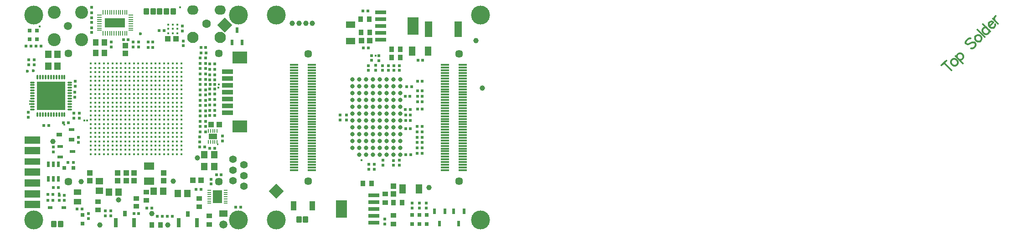
<source format=gts>
G04 Layer_Color=8388736*
%FSAX24Y24*%
%MOIN*%
G70*
G01*
G75*
%ADD17R,0.0244X0.0244*%
%ADD18R,0.0787X0.0354*%
%ADD19C,0.0177*%
%ADD20R,0.0244X0.0244*%
%ADD21R,0.0394X0.0354*%
%ADD22R,0.0571X0.0433*%
%ADD23R,0.0244X0.0228*%
%ADD24R,0.0228X0.0244*%
%ADD25R,0.0295X0.0079*%
%ADD26R,0.0709X0.0945*%
%ADD27R,0.0354X0.0394*%
%ADD28R,0.0315X0.0315*%
%ADD29R,0.0394X0.0394*%
%ADD30R,0.0354X0.0197*%
%ADD31R,0.0453X0.0571*%
%ADD32R,0.0394X0.0374*%
%ADD33R,0.0571X0.0453*%
%ADD34C,0.0394*%
%ADD35R,0.0748X0.0571*%
%ADD36R,0.0394X0.0394*%
%ADD37R,0.0236X0.0433*%
%ADD38O,0.0118X0.0335*%
%ADD39O,0.0335X0.0118*%
%ADD40R,0.2087X0.2087*%
%ADD41R,0.0630X0.0394*%
%ADD42R,0.0079X0.0276*%
%ADD43R,0.0315X0.0433*%
%ADD44R,0.0315X0.0669*%
%ADD45R,0.0472X0.0551*%
%ADD46R,0.0236X0.0394*%
%ADD47O,0.0335X0.0079*%
%ADD48O,0.0079X0.0335*%
%ADD49R,0.1457X0.0650*%
%ADD50R,0.0433X0.0472*%
%ADD51R,0.0315X0.0315*%
%ADD52R,0.0394X0.0236*%
%ADD53R,0.1181X0.0551*%
%ADD54R,0.1181X0.0512*%
%ADD55R,0.0413X0.0256*%
%ADD56R,0.0413X0.0217*%
%ADD57R,0.0807X0.1260*%
%ADD58R,0.0807X0.0256*%
%ADD59R,0.0453X0.0709*%
%ADD60R,0.0709X0.0453*%
%ADD61R,0.0394X0.0374*%
%ADD62R,0.0374X0.0394*%
%ADD63R,0.0571X0.1181*%
%ADD64R,0.0591X0.0118*%
%ADD65R,0.0394X0.0689*%
%ADD66C,0.0236*%
%ADD68C,0.0120*%
G04:AMPARAMS|DCode=82|XSize=41.3mil|YSize=49.2mil|CornerRadius=10.3mil|HoleSize=0mil|Usage=FLASHONLY|Rotation=0.000|XOffset=0mil|YOffset=0mil|HoleType=Round|Shape=RoundedRectangle|*
%AMROUNDEDRECTD82*
21,1,0.0413,0.0285,0,0,0.0*
21,1,0.0207,0.0492,0,0,0.0*
1,1,0.0207,0.0103,-0.0143*
1,1,0.0207,-0.0103,-0.0143*
1,1,0.0207,-0.0103,0.0143*
1,1,0.0207,0.0103,0.0143*
%
%ADD82ROUNDEDRECTD82*%
%ADD83C,0.0551*%
%ADD84R,0.0591X0.0512*%
%ADD85C,0.0591*%
%ADD86O,0.0827X0.0669*%
%ADD87C,0.0827*%
%ADD88C,0.0630*%
%ADD89R,0.1102X0.0866*%
%ADD90C,0.0945*%
%ADD92C,0.1378*%
%ADD93C,0.0315*%
%ADD94C,0.0157*%
%ADD180C,0.0020*%
%ADD181P,0.1114X4X360.0*%
%ADD182C,0.0571*%
G36*
X024272Y016250D02*
X024193D01*
Y016358D01*
X024272Y016398D01*
Y016250D01*
D02*
G37*
G36*
X012726Y012687D02*
X012559D01*
Y012785D01*
X012726D01*
Y012687D01*
D02*
G37*
G36*
X013081Y017776D02*
Y017687D01*
X012953D01*
Y017776D01*
X013081Y017776D01*
D02*
G37*
G36*
X010600Y019507D02*
Y019428D01*
X010453Y019405D01*
X010453Y019523D01*
X010600Y019507D01*
D02*
G37*
G36*
Y019300D02*
Y019221D01*
X010453Y019198D01*
X010453Y019316D01*
X010600Y019300D01*
D02*
G37*
D17*
X024026Y020699D02*
D03*
X023671D02*
D03*
X019495Y023378D02*
D03*
X019495Y023791D02*
D03*
X019141Y023378D02*
D03*
X019141Y023791D02*
D03*
X023661Y016033D02*
D03*
X024016D02*
D03*
X023012Y023386D02*
D03*
X023366D02*
D03*
X019406Y011643D02*
D03*
X019051D02*
D03*
X014311Y011594D02*
D03*
X013957D02*
D03*
X018110Y011260D02*
D03*
X018465D02*
D03*
X024498Y014094D02*
D03*
X024144D02*
D03*
X020315Y024626D02*
D03*
X019961D02*
D03*
X013307Y017884D02*
D03*
X012953D02*
D03*
X017695Y023964D02*
D03*
X017341D02*
D03*
X039196Y019806D02*
D03*
X038842D02*
D03*
X038329Y018038D02*
D03*
X037975D02*
D03*
X038878Y022469D02*
D03*
X039232D02*
D03*
X034890Y023363D02*
D03*
X035245D02*
D03*
X037982Y015566D02*
D03*
X038336D02*
D03*
X038329Y017459D02*
D03*
X037975D02*
D03*
X038329Y018438D02*
D03*
X037975D02*
D03*
X039196Y018896D02*
D03*
X038842D02*
D03*
X039196Y019426D02*
D03*
X038842D02*
D03*
X038293Y019826D02*
D03*
X037939D02*
D03*
X039173Y017213D02*
D03*
X038819D02*
D03*
X039173Y017607D02*
D03*
X038819D02*
D03*
X039173Y016829D02*
D03*
X038819D02*
D03*
X038415Y020520D02*
D03*
X038061D02*
D03*
X039196Y020906D02*
D03*
X038842D02*
D03*
X039196Y020236D02*
D03*
X038842D02*
D03*
D18*
X024937Y019130D02*
D03*
Y019630D02*
D03*
Y020630D02*
D03*
Y021630D02*
D03*
Y018630D02*
D03*
Y020130D02*
D03*
Y021130D02*
D03*
D19*
X019685Y021890D02*
D03*
Y022205D02*
D03*
X021260Y020630D02*
D03*
X021574D02*
D03*
X014960Y022205D02*
D03*
X015275D02*
D03*
X014960Y021890D02*
D03*
X015275D02*
D03*
X015590Y021575D02*
D03*
X015905D02*
D03*
X016220D02*
D03*
X016535D02*
D03*
X016850Y021575D02*
D03*
X017165Y021575D02*
D03*
X017480D02*
D03*
X017795D02*
D03*
X018110D02*
D03*
X018425D02*
D03*
X018740D02*
D03*
X019055D02*
D03*
X019370D02*
D03*
X019685D02*
D03*
X020000D02*
D03*
X020315D02*
D03*
X020630D02*
D03*
X020945D02*
D03*
X021260D02*
D03*
X021574D02*
D03*
X015590Y021260D02*
D03*
X015905D02*
D03*
X016220D02*
D03*
X016535D02*
D03*
X016850Y021260D02*
D03*
X017165Y021260D02*
D03*
X017480D02*
D03*
X017795D02*
D03*
X018110D02*
D03*
X018425D02*
D03*
X018740D02*
D03*
X019055D02*
D03*
X019370D02*
D03*
X019685Y021260D02*
D03*
X020000Y021260D02*
D03*
X020315D02*
D03*
X020630D02*
D03*
X020945D02*
D03*
X021260D02*
D03*
X021574D02*
D03*
X015590Y020945D02*
D03*
X015905D02*
D03*
X016220Y020945D02*
D03*
X016535D02*
D03*
X016850D02*
D03*
X017165D02*
D03*
X017480Y020945D02*
D03*
X017795Y020945D02*
D03*
X018110D02*
D03*
X018425D02*
D03*
X018740D02*
D03*
X019055D02*
D03*
X019370Y020945D02*
D03*
X019685Y020945D02*
D03*
X020000D02*
D03*
X020315D02*
D03*
X020630D02*
D03*
X020945D02*
D03*
X021260Y020945D02*
D03*
X021574Y020945D02*
D03*
X015590Y020630D02*
D03*
X015905D02*
D03*
X016220Y020630D02*
D03*
X016535D02*
D03*
X016850D02*
D03*
X017165D02*
D03*
X017480D02*
D03*
X017795D02*
D03*
X018110D02*
D03*
X018425D02*
D03*
X018740D02*
D03*
X019055Y020630D02*
D03*
X019370D02*
D03*
X019685Y020630D02*
D03*
X020000D02*
D03*
X020315D02*
D03*
X020630D02*
D03*
X020945D02*
D03*
X015590Y020315D02*
D03*
X015905D02*
D03*
X016220D02*
D03*
X016535D02*
D03*
X016850D02*
D03*
X017165D02*
D03*
X017480D02*
D03*
X017795D02*
D03*
X018110D02*
D03*
X018425D02*
D03*
X018740D02*
D03*
X019055D02*
D03*
X019370D02*
D03*
X019685D02*
D03*
X020000D02*
D03*
X020315D02*
D03*
X020630D02*
D03*
X020945D02*
D03*
X021260D02*
D03*
X021574D02*
D03*
X015590Y020000D02*
D03*
X015905D02*
D03*
X016220Y020000D02*
D03*
X016535D02*
D03*
X016850D02*
D03*
X017165Y020000D02*
D03*
X017480D02*
D03*
X017795D02*
D03*
X018110D02*
D03*
X018425Y020000D02*
D03*
X018740Y020000D02*
D03*
X019055D02*
D03*
X019370D02*
D03*
X019685D02*
D03*
X020000D02*
D03*
X020315Y020000D02*
D03*
X020630Y020000D02*
D03*
X020945D02*
D03*
X021260D02*
D03*
X021574D02*
D03*
X015590Y019685D02*
D03*
X015905D02*
D03*
X016220D02*
D03*
X016535Y019685D02*
D03*
X016850D02*
D03*
X017165Y019685D02*
D03*
X017480D02*
D03*
X017795D02*
D03*
X018110Y019685D02*
D03*
X018425Y019685D02*
D03*
X018740D02*
D03*
X019055D02*
D03*
X019370D02*
D03*
X019685D02*
D03*
X020000D02*
D03*
X020315Y019685D02*
D03*
X020630Y019685D02*
D03*
X020945D02*
D03*
X021260D02*
D03*
X021574D02*
D03*
X015590Y019370D02*
D03*
X015905D02*
D03*
X016220D02*
D03*
X016535D02*
D03*
X016850D02*
D03*
X017165Y019370D02*
D03*
X017480D02*
D03*
X017795Y019370D02*
D03*
X018110D02*
D03*
X018425D02*
D03*
X018740D02*
D03*
X019055Y019370D02*
D03*
X019370D02*
D03*
X019685D02*
D03*
X020000Y019370D02*
D03*
X020315D02*
D03*
X020630D02*
D03*
X020945D02*
D03*
X021260Y019370D02*
D03*
X021574D02*
D03*
X015590Y019055D02*
D03*
X015905D02*
D03*
X016220D02*
D03*
X016535D02*
D03*
X016850D02*
D03*
X017165Y019055D02*
D03*
X017480Y019055D02*
D03*
X017795D02*
D03*
X018110D02*
D03*
X018425D02*
D03*
X018740D02*
D03*
X019055D02*
D03*
X019370Y019055D02*
D03*
X019685Y019055D02*
D03*
X020000D02*
D03*
X020315D02*
D03*
X020630D02*
D03*
X020945D02*
D03*
X021260D02*
D03*
X021574Y019055D02*
D03*
X015590Y018740D02*
D03*
X015905D02*
D03*
X016220Y018740D02*
D03*
X016535D02*
D03*
X016850D02*
D03*
X017165D02*
D03*
X017480Y018740D02*
D03*
X017795Y018740D02*
D03*
X018110D02*
D03*
X018425D02*
D03*
X018740D02*
D03*
X019055D02*
D03*
X019370Y018740D02*
D03*
X019685Y018740D02*
D03*
X020000D02*
D03*
X020315D02*
D03*
X020630D02*
D03*
X020945D02*
D03*
X021260Y018740D02*
D03*
X021574Y018740D02*
D03*
X015590Y018425D02*
D03*
X015905D02*
D03*
X016220Y018425D02*
D03*
X016535D02*
D03*
X016850Y018425D02*
D03*
X017165D02*
D03*
X017480D02*
D03*
X017795Y018425D02*
D03*
X018110D02*
D03*
X018425D02*
D03*
X018740D02*
D03*
X019055Y018425D02*
D03*
X019370D02*
D03*
X019685D02*
D03*
X020000Y018425D02*
D03*
X020315D02*
D03*
X020630D02*
D03*
X020945D02*
D03*
X021260Y018425D02*
D03*
X021574D02*
D03*
X015590Y018110D02*
D03*
X015905D02*
D03*
X016220Y018110D02*
D03*
X016535Y018110D02*
D03*
X016850D02*
D03*
X017165D02*
D03*
X017480D02*
D03*
X017795D02*
D03*
X018110Y018110D02*
D03*
X018425D02*
D03*
X018740Y018110D02*
D03*
X019055D02*
D03*
X019370D02*
D03*
X019685D02*
D03*
X020000D02*
D03*
X020315Y018110D02*
D03*
X020630D02*
D03*
X020945Y018110D02*
D03*
X021260D02*
D03*
X021574D02*
D03*
X015590Y017795D02*
D03*
X015905D02*
D03*
X016220Y017795D02*
D03*
X016535Y017795D02*
D03*
X016850D02*
D03*
X017165D02*
D03*
X017480D02*
D03*
X017795D02*
D03*
X018110D02*
D03*
X018425Y017795D02*
D03*
X018740Y017795D02*
D03*
X019055D02*
D03*
X019370D02*
D03*
X019685D02*
D03*
X020000D02*
D03*
X020315D02*
D03*
X020630D02*
D03*
X020945D02*
D03*
X021260D02*
D03*
X021574D02*
D03*
X015590Y017480D02*
D03*
X015905D02*
D03*
X016220Y017480D02*
D03*
X016535D02*
D03*
X016850D02*
D03*
X017165Y017480D02*
D03*
X017480D02*
D03*
X017795D02*
D03*
X018110Y017480D02*
D03*
X018425D02*
D03*
X018740Y017480D02*
D03*
X019055D02*
D03*
X019370D02*
D03*
X019685D02*
D03*
X020315Y017480D02*
D03*
X020630D02*
D03*
X020945Y017480D02*
D03*
X021260D02*
D03*
X021574D02*
D03*
X015590Y017165D02*
D03*
X015905D02*
D03*
X016220D02*
D03*
X016535D02*
D03*
X016850D02*
D03*
X017165Y017165D02*
D03*
X017480D02*
D03*
X017795Y017165D02*
D03*
X018110D02*
D03*
X018425D02*
D03*
X018740D02*
D03*
X019055Y017165D02*
D03*
X019370D02*
D03*
X019685D02*
D03*
X020000Y017165D02*
D03*
X020315D02*
D03*
X020630D02*
D03*
X020945D02*
D03*
X021260Y017165D02*
D03*
X021574D02*
D03*
X015590Y016850D02*
D03*
X015905D02*
D03*
X016220Y016850D02*
D03*
X016535D02*
D03*
X016850D02*
D03*
X017165D02*
D03*
X017480Y016850D02*
D03*
X017795Y016850D02*
D03*
X018110D02*
D03*
X018425D02*
D03*
X018740Y016850D02*
D03*
X019055D02*
D03*
X019370Y016850D02*
D03*
X019685D02*
D03*
X020000D02*
D03*
X020315Y016850D02*
D03*
X020630D02*
D03*
X020945D02*
D03*
X021260D02*
D03*
X021574Y016850D02*
D03*
X015590Y016535D02*
D03*
X015905D02*
D03*
X016220D02*
D03*
X016535D02*
D03*
X016850D02*
D03*
X017165D02*
D03*
X017480D02*
D03*
X017795D02*
D03*
X018110D02*
D03*
X018425D02*
D03*
X018740D02*
D03*
X019055D02*
D03*
X019370D02*
D03*
X019685D02*
D03*
X020000D02*
D03*
X020315D02*
D03*
X020630D02*
D03*
X020945D02*
D03*
X021260D02*
D03*
X015590Y016220D02*
D03*
X015905D02*
D03*
X016220Y016220D02*
D03*
X016535D02*
D03*
X016850Y016220D02*
D03*
X017165D02*
D03*
X017480D02*
D03*
X017795Y016220D02*
D03*
X018110D02*
D03*
X018425D02*
D03*
X018740D02*
D03*
X019055Y016220D02*
D03*
X019370D02*
D03*
X019685D02*
D03*
X020000Y016220D02*
D03*
X020315D02*
D03*
X020630D02*
D03*
X020945D02*
D03*
X021260Y016220D02*
D03*
X015590Y015905D02*
D03*
X015905D02*
D03*
X016220D02*
D03*
X016535Y015905D02*
D03*
X016850D02*
D03*
X017165Y015905D02*
D03*
X017480D02*
D03*
X017795Y015905D02*
D03*
X018110Y015905D02*
D03*
X018425D02*
D03*
X018740D02*
D03*
X019055D02*
D03*
X019370D02*
D03*
X019685Y015905D02*
D03*
X020000D02*
D03*
X020315Y015905D02*
D03*
X020630D02*
D03*
X020945D02*
D03*
X021260D02*
D03*
X021574Y015905D02*
D03*
X015590Y015590D02*
D03*
X015905D02*
D03*
X016220Y015590D02*
D03*
X016535Y015590D02*
D03*
X016850D02*
D03*
X017165Y015590D02*
D03*
X017480D02*
D03*
X017795Y015590D02*
D03*
X018110D02*
D03*
X018425Y015590D02*
D03*
X018740Y015590D02*
D03*
X019055D02*
D03*
X019370D02*
D03*
X019685Y015590D02*
D03*
X020000D02*
D03*
X020315D02*
D03*
X020630D02*
D03*
X020945Y015590D02*
D03*
X015275D02*
D03*
X014960D02*
D03*
X015275Y015905D02*
D03*
X014960D02*
D03*
X015275Y016220D02*
D03*
X014960D02*
D03*
X015275Y016535D02*
D03*
X014960D02*
D03*
X015275Y016850D02*
D03*
X014960Y016850D02*
D03*
X015275Y017165D02*
D03*
X014960D02*
D03*
X015275Y017480D02*
D03*
X014960D02*
D03*
X015275Y017795D02*
D03*
X014960D02*
D03*
X015275Y018110D02*
D03*
X014960D02*
D03*
X015275Y018425D02*
D03*
X014960D02*
D03*
X015275Y018740D02*
D03*
X014960D02*
D03*
X015275Y019055D02*
D03*
X014960Y019055D02*
D03*
X015275Y019370D02*
D03*
X014960D02*
D03*
X015275Y019685D02*
D03*
X014960D02*
D03*
X015275Y020000D02*
D03*
X014960D02*
D03*
X015275Y020315D02*
D03*
X014960D02*
D03*
X015275Y020630D02*
D03*
X014960D02*
D03*
X015275Y020945D02*
D03*
X014960Y020945D02*
D03*
X015275Y021260D02*
D03*
X014960D02*
D03*
X015275Y021575D02*
D03*
X014960D02*
D03*
X021574Y021890D02*
D03*
X021260D02*
D03*
X020630D02*
D03*
X020315Y021890D02*
D03*
X020000Y021890D02*
D03*
X019370D02*
D03*
X019055D02*
D03*
X018740D02*
D03*
X018425D02*
D03*
X021574Y022205D02*
D03*
X021260D02*
D03*
X020630D02*
D03*
X020315Y022205D02*
D03*
X020000Y022205D02*
D03*
X019370D02*
D03*
X019055D02*
D03*
X018740D02*
D03*
X018425Y022205D02*
D03*
X018110Y021890D02*
D03*
X017795Y021890D02*
D03*
X017480D02*
D03*
X017165D02*
D03*
X016850D02*
D03*
X016535Y021890D02*
D03*
X018110Y022205D02*
D03*
X017795D02*
D03*
X017480D02*
D03*
X017165D02*
D03*
X016850D02*
D03*
X016535Y022205D02*
D03*
X016220Y021890D02*
D03*
X015905Y021890D02*
D03*
X015590Y021890D02*
D03*
X016220Y022205D02*
D03*
X015905Y022205D02*
D03*
X015590D02*
D03*
X020945Y021890D02*
D03*
Y022205D02*
D03*
X021574Y016535D02*
D03*
Y016220D02*
D03*
X021574Y015590D02*
D03*
X021260D02*
D03*
X020000Y017480D02*
D03*
D20*
X018044Y023434D02*
D03*
X018456D02*
D03*
X018044Y023788D02*
D03*
X018456D02*
D03*
X022933Y016841D02*
D03*
Y016486D02*
D03*
X021663Y024941D02*
D03*
X021663Y024587D02*
D03*
X013819Y020925D02*
D03*
Y020571D02*
D03*
X013799Y019754D02*
D03*
Y020108D02*
D03*
X010394Y018287D02*
D03*
Y018642D02*
D03*
X024596Y016909D02*
D03*
X024596Y016555D02*
D03*
X015005Y025216D02*
D03*
Y025571D02*
D03*
X015005Y024826D02*
D03*
Y024472D02*
D03*
X023750Y013760D02*
D03*
Y013406D02*
D03*
X021703Y023868D02*
D03*
Y023514D02*
D03*
X012205Y016112D02*
D03*
Y015758D02*
D03*
X035285Y014487D02*
D03*
Y014841D02*
D03*
X035499Y022793D02*
D03*
Y022438D02*
D03*
X035259Y022066D02*
D03*
Y021711D02*
D03*
X035689Y014846D02*
D03*
Y014491D02*
D03*
X033169Y018456D02*
D03*
Y018101D02*
D03*
X033639Y018453D02*
D03*
Y018098D02*
D03*
X035779Y022073D02*
D03*
Y021718D02*
D03*
X036709Y022065D02*
D03*
Y021711D02*
D03*
X036299Y022065D02*
D03*
Y021711D02*
D03*
X036029Y022790D02*
D03*
Y022436D02*
D03*
X036329Y015143D02*
D03*
Y014788D02*
D03*
X037529Y014788D02*
D03*
Y015143D02*
D03*
X037119Y022065D02*
D03*
Y021711D02*
D03*
X037089Y014776D02*
D03*
Y015130D02*
D03*
X037529Y022065D02*
D03*
Y021711D02*
D03*
D21*
X023632Y011073D02*
D03*
Y010443D02*
D03*
X036467Y012685D02*
D03*
Y012056D02*
D03*
D22*
X013996Y012116D02*
D03*
Y012825D02*
D03*
D23*
X010827Y022118D02*
D03*
Y022488D02*
D03*
X010423Y022118D02*
D03*
X010423Y022488D02*
D03*
X016024Y011098D02*
D03*
Y011468D02*
D03*
X014787Y010878D02*
D03*
Y011248D02*
D03*
X016425Y011098D02*
D03*
Y011468D02*
D03*
X013002Y012226D02*
D03*
X013002Y012596D02*
D03*
X012648D02*
D03*
Y012226D02*
D03*
X013729Y018222D02*
D03*
Y018593D02*
D03*
X014130Y018593D02*
D03*
Y018222D02*
D03*
X015005Y026307D02*
D03*
Y025937D02*
D03*
X016441Y023785D02*
D03*
Y023415D02*
D03*
X014035Y016819D02*
D03*
Y016449D02*
D03*
X036458Y010859D02*
D03*
Y010489D02*
D03*
X038455Y012014D02*
D03*
Y011644D02*
D03*
X038986Y012014D02*
D03*
Y011644D02*
D03*
X039498Y012014D02*
D03*
Y011644D02*
D03*
D24*
X011878Y017697D02*
D03*
X011508D02*
D03*
X025563Y011732D02*
D03*
X025933D02*
D03*
X019821Y011047D02*
D03*
X020191D02*
D03*
X020913Y011043D02*
D03*
X020543D02*
D03*
X023293Y016125D02*
D03*
X022923D02*
D03*
X012207Y013150D02*
D03*
X012577D02*
D03*
X012193Y012234D02*
D03*
X011823D02*
D03*
X012193Y012648D02*
D03*
X011823D02*
D03*
X023335Y021850D02*
D03*
X022965D02*
D03*
X023663Y021788D02*
D03*
X024033D02*
D03*
X023335Y022234D02*
D03*
X022965D02*
D03*
X023335Y022618D02*
D03*
X022965D02*
D03*
X023004Y022992D02*
D03*
X023374D02*
D03*
X023663Y022175D02*
D03*
X024033D02*
D03*
X023335Y021467D02*
D03*
X022965D02*
D03*
X023663Y018797D02*
D03*
X024033D02*
D03*
X023663Y019581D02*
D03*
X024033D02*
D03*
X023663Y019189D02*
D03*
X024033D02*
D03*
X023335Y017205D02*
D03*
X022965D02*
D03*
X023663Y019972D02*
D03*
X024033D02*
D03*
X023335Y017608D02*
D03*
X022965D02*
D03*
X023335Y018377D02*
D03*
X022965D02*
D03*
X023335Y017992D02*
D03*
X022965D02*
D03*
X023663Y020364D02*
D03*
X024033D02*
D03*
X023663Y018406D02*
D03*
X024033D02*
D03*
X023663Y021014D02*
D03*
X024033D02*
D03*
X023663Y021401D02*
D03*
X024033D02*
D03*
X023335Y020300D02*
D03*
X022965D02*
D03*
X023335Y019915D02*
D03*
X022965D02*
D03*
X023335Y021069D02*
D03*
X022965D02*
D03*
X023335Y020684D02*
D03*
X022965D02*
D03*
X023335Y019146D02*
D03*
X022965D02*
D03*
X023335Y018761D02*
D03*
X022965D02*
D03*
X023335Y019531D02*
D03*
X022965D02*
D03*
X010591Y023494D02*
D03*
X010220D02*
D03*
X010937D02*
D03*
X011307D02*
D03*
X022650Y013032D02*
D03*
X023020D02*
D03*
X013669Y014990D02*
D03*
X013299D02*
D03*
X038810Y016445D02*
D03*
X039180D02*
D03*
X037961Y018838D02*
D03*
X038331D02*
D03*
X034843Y026070D02*
D03*
X035213D02*
D03*
X038810Y016052D02*
D03*
X039180Y016052D02*
D03*
X038810Y015658D02*
D03*
X039180D02*
D03*
D25*
X023622Y012953D02*
D03*
Y012795D02*
D03*
Y012638D02*
D03*
Y012480D02*
D03*
Y012323D02*
D03*
Y012165D02*
D03*
Y012008D02*
D03*
X024803D02*
D03*
Y012165D02*
D03*
Y012323D02*
D03*
Y012480D02*
D03*
Y012638D02*
D03*
Y012795D02*
D03*
Y012953D02*
D03*
D26*
X024213Y012480D02*
D03*
D27*
X020059Y010433D02*
D03*
X019429D02*
D03*
X034859Y013446D02*
D03*
X035489D02*
D03*
X037578Y023255D02*
D03*
X036948D02*
D03*
X037578Y022654D02*
D03*
X036948D02*
D03*
D28*
X014350Y010522D02*
D03*
Y011171D02*
D03*
X011018Y023975D02*
D03*
Y024625D02*
D03*
X010467Y023975D02*
D03*
Y024625D02*
D03*
X038455Y010500D02*
D03*
Y011150D02*
D03*
X038986Y010500D02*
D03*
Y011150D02*
D03*
X039508Y010500D02*
D03*
Y011150D02*
D03*
D29*
X020276Y014232D02*
D03*
Y013642D02*
D03*
X014892Y014232D02*
D03*
Y013642D02*
D03*
X016919Y014232D02*
D03*
Y013642D02*
D03*
X017534Y014232D02*
D03*
Y013642D02*
D03*
X018130Y014232D02*
D03*
Y013642D02*
D03*
X017480Y022943D02*
D03*
Y023533D02*
D03*
X037087Y012676D02*
D03*
Y013266D02*
D03*
D30*
X011968Y011683D02*
D03*
X012992D02*
D03*
D31*
X019557Y012884D02*
D03*
X020266D02*
D03*
X021319Y012717D02*
D03*
X022028D02*
D03*
X016289Y012835D02*
D03*
X016998D02*
D03*
D32*
X022884Y011752D02*
D03*
Y012343D02*
D03*
X019016Y012234D02*
D03*
Y012825D02*
D03*
X015472Y011526D02*
D03*
Y012116D02*
D03*
X018285Y011776D02*
D03*
Y012366D02*
D03*
D33*
X015591Y012923D02*
D03*
Y013632D02*
D03*
D34*
X019419Y011240D02*
D03*
X020994Y013612D02*
D03*
X020571Y010413D02*
D03*
X022736Y015315D02*
D03*
X014262Y013583D02*
D03*
X015630Y010433D02*
D03*
X016998Y012254D02*
D03*
X012185Y016535D02*
D03*
X031161Y025156D02*
D03*
X030669D02*
D03*
X030177D02*
D03*
X029685D02*
D03*
X043120Y023896D02*
D03*
X039685Y013148D02*
D03*
X043583Y020407D02*
D03*
D35*
X019222Y014715D02*
D03*
Y013612D02*
D03*
D36*
X023750Y017756D02*
D03*
X024341D02*
D03*
X021171Y024035D02*
D03*
X020581D02*
D03*
X022421Y013691D02*
D03*
X023012D02*
D03*
X035343Y023875D02*
D03*
X034753D02*
D03*
D37*
X011850Y013780D02*
D03*
X012224Y013780D02*
D03*
X012598Y013780D02*
D03*
Y014843D02*
D03*
X012224Y014843D02*
D03*
X011850Y014843D02*
D03*
D38*
X013032Y021211D02*
D03*
X012835D02*
D03*
X012638D02*
D03*
X012441D02*
D03*
X012244D02*
D03*
X012047D02*
D03*
X011850D02*
D03*
X011654D02*
D03*
X011457D02*
D03*
X011260D02*
D03*
X011063D02*
D03*
Y018494D02*
D03*
X011260D02*
D03*
X011457D02*
D03*
X011654D02*
D03*
X011850D02*
D03*
X012047D02*
D03*
X012244D02*
D03*
X012441D02*
D03*
X012638D02*
D03*
X012835D02*
D03*
X013032D02*
D03*
D39*
X010689Y020837D02*
D03*
Y020640D02*
D03*
Y020443D02*
D03*
Y020246D02*
D03*
Y020049D02*
D03*
Y019852D02*
D03*
Y019656D02*
D03*
Y019459D02*
D03*
Y019262D02*
D03*
Y019065D02*
D03*
Y018868D02*
D03*
X013406D02*
D03*
Y019065D02*
D03*
Y019262D02*
D03*
Y019459D02*
D03*
Y019656D02*
D03*
Y019852D02*
D03*
Y020049D02*
D03*
Y020246D02*
D03*
Y020443D02*
D03*
Y020640D02*
D03*
Y020837D02*
D03*
D40*
X012047Y019852D02*
D03*
D41*
X023868Y016890D02*
D03*
D42*
X024183Y016476D02*
D03*
X024026D02*
D03*
X023868D02*
D03*
X023711D02*
D03*
X023553D02*
D03*
Y017303D02*
D03*
X023711D02*
D03*
X023868D02*
D03*
X024026D02*
D03*
X024183D02*
D03*
D43*
X017455Y011240D02*
D03*
X022037Y011230D02*
D03*
D44*
X016785Y010591D02*
D03*
X018124D02*
D03*
X021368Y010581D02*
D03*
X022707D02*
D03*
D45*
X011850Y022874D02*
D03*
Y022008D02*
D03*
X012520Y022874D02*
D03*
Y022008D02*
D03*
X023996Y014685D02*
D03*
Y015551D02*
D03*
X023248Y015551D02*
D03*
Y014685D02*
D03*
D46*
X025651Y024645D02*
D03*
X026025Y023739D02*
D03*
X025277D02*
D03*
X040463Y010524D02*
D03*
X040089Y011429D02*
D03*
X040837D02*
D03*
X041860Y010524D02*
D03*
X041486Y011429D02*
D03*
X042234D02*
D03*
D47*
X017894Y024646D02*
D03*
Y024803D02*
D03*
Y024961D02*
D03*
Y025118D02*
D03*
Y025276D02*
D03*
Y025748D02*
D03*
X015571D02*
D03*
Y025591D02*
D03*
Y025433D02*
D03*
Y025276D02*
D03*
Y025118D02*
D03*
Y024961D02*
D03*
Y024803D02*
D03*
Y024646D02*
D03*
X017894Y025591D02*
D03*
Y025433D02*
D03*
D48*
X017598Y025965D02*
D03*
X017441D02*
D03*
X017283D02*
D03*
X017126D02*
D03*
X016968D02*
D03*
X016811Y025965D02*
D03*
X016654D02*
D03*
X016496Y025965D02*
D03*
X016339D02*
D03*
X016181D02*
D03*
X016024D02*
D03*
X015866D02*
D03*
Y024429D02*
D03*
X016024D02*
D03*
X016181D02*
D03*
X016339D02*
D03*
X016496D02*
D03*
X016654Y024429D02*
D03*
X016811D02*
D03*
X016968Y024429D02*
D03*
X017126D02*
D03*
X017283D02*
D03*
X017441D02*
D03*
X017598D02*
D03*
D49*
X016732Y025197D02*
D03*
D50*
X015935Y023760D02*
D03*
X015935Y022972D02*
D03*
X015305D02*
D03*
Y023760D02*
D03*
D51*
X013022Y014592D02*
D03*
X013671D02*
D03*
D52*
X013612Y015778D02*
D03*
X012707Y015404D02*
D03*
Y016152D02*
D03*
D53*
X010689Y016634D02*
D03*
X010689Y015846D02*
D03*
Y014272D02*
D03*
Y013484D02*
D03*
Y012697D02*
D03*
Y011909D02*
D03*
D54*
Y015059D02*
D03*
D55*
X013563Y016654D02*
D03*
X012657Y017028D02*
D03*
D56*
X013563Y017402D02*
D03*
D57*
X033278Y011586D02*
D03*
X038524Y024969D02*
D03*
D58*
X035640Y012586D02*
D03*
Y012086D02*
D03*
Y011586D02*
D03*
Y011086D02*
D03*
Y010586D02*
D03*
X036161Y023969D02*
D03*
X036161Y024469D02*
D03*
X036161Y024969D02*
D03*
Y025469D02*
D03*
Y025969D02*
D03*
D59*
X038435Y023109D02*
D03*
X039616D02*
D03*
X038937Y013069D02*
D03*
X037756D02*
D03*
D60*
X033936Y025046D02*
D03*
Y023865D02*
D03*
D61*
X037067Y011130D02*
D03*
Y010500D02*
D03*
D62*
X037707Y012065D02*
D03*
X037077D02*
D03*
X035324Y025460D02*
D03*
X034694D02*
D03*
X034713Y024475D02*
D03*
X035343D02*
D03*
D63*
X041831Y024713D02*
D03*
X039646D02*
D03*
D64*
X031112Y017970D02*
D03*
X029832Y014428D02*
D03*
Y014624D02*
D03*
Y014821D02*
D03*
Y015018D02*
D03*
Y015215D02*
D03*
Y015412D02*
D03*
Y015609D02*
D03*
Y015805D02*
D03*
Y016002D02*
D03*
Y016199D02*
D03*
Y016396D02*
D03*
Y016593D02*
D03*
Y016790D02*
D03*
Y016987D02*
D03*
Y017183D02*
D03*
Y017382D02*
D03*
Y017574D02*
D03*
Y017775D02*
D03*
Y017972D02*
D03*
Y018169D02*
D03*
Y018366D02*
D03*
Y018563D02*
D03*
Y018760D02*
D03*
Y018957D02*
D03*
Y019153D02*
D03*
X029828Y019351D02*
D03*
X029832Y019547D02*
D03*
Y019744D02*
D03*
Y019941D02*
D03*
Y020138D02*
D03*
Y020334D02*
D03*
Y020532D02*
D03*
Y020723D02*
D03*
Y020925D02*
D03*
Y021122D02*
D03*
Y021319D02*
D03*
Y021516D02*
D03*
Y021712D02*
D03*
Y021909D02*
D03*
Y022106D02*
D03*
X031112Y014820D02*
D03*
Y015017D02*
D03*
Y015214D02*
D03*
Y015410D02*
D03*
Y015607D02*
D03*
Y015809D02*
D03*
Y016001D02*
D03*
Y016198D02*
D03*
Y016395D02*
D03*
Y016591D02*
D03*
Y016788D02*
D03*
Y016985D02*
D03*
X031117Y017181D02*
D03*
X031112Y017379D02*
D03*
Y017576D02*
D03*
Y017773D02*
D03*
Y018166D02*
D03*
Y018363D02*
D03*
Y018560D02*
D03*
Y018757D02*
D03*
Y018959D02*
D03*
Y019150D02*
D03*
Y019349D02*
D03*
Y019546D02*
D03*
Y019742D02*
D03*
Y019939D02*
D03*
Y020136D02*
D03*
Y020333D02*
D03*
Y020530D02*
D03*
Y020727D02*
D03*
Y020924D02*
D03*
Y021120D02*
D03*
Y021317D02*
D03*
Y021514D02*
D03*
Y021711D02*
D03*
Y021908D02*
D03*
Y022105D02*
D03*
Y014623D02*
D03*
Y014426D02*
D03*
X040856Y014428D02*
D03*
Y014624D02*
D03*
Y014821D02*
D03*
Y015018D02*
D03*
Y015215D02*
D03*
Y015412D02*
D03*
Y015609D02*
D03*
Y015805D02*
D03*
Y016002D02*
D03*
Y016199D02*
D03*
Y016396D02*
D03*
Y016593D02*
D03*
Y016790D02*
D03*
Y016987D02*
D03*
Y017183D02*
D03*
Y017382D02*
D03*
Y017574D02*
D03*
Y017775D02*
D03*
Y017972D02*
D03*
Y018169D02*
D03*
Y018366D02*
D03*
Y018563D02*
D03*
Y018760D02*
D03*
Y018957D02*
D03*
Y019153D02*
D03*
X040851Y019351D02*
D03*
X040856Y019547D02*
D03*
Y019744D02*
D03*
Y019941D02*
D03*
Y020138D02*
D03*
Y020334D02*
D03*
Y020532D02*
D03*
Y020723D02*
D03*
Y020925D02*
D03*
Y021122D02*
D03*
Y021319D02*
D03*
Y021516D02*
D03*
Y021712D02*
D03*
Y021909D02*
D03*
Y022106D02*
D03*
X042136Y014426D02*
D03*
Y014623D02*
D03*
Y014820D02*
D03*
Y015017D02*
D03*
Y015214D02*
D03*
Y015410D02*
D03*
Y015607D02*
D03*
Y015809D02*
D03*
Y016001D02*
D03*
Y016198D02*
D03*
Y016395D02*
D03*
Y016591D02*
D03*
Y016788D02*
D03*
Y016985D02*
D03*
X042141Y017181D02*
D03*
X042136Y017379D02*
D03*
Y017576D02*
D03*
Y017773D02*
D03*
Y017970D02*
D03*
Y018166D02*
D03*
Y018363D02*
D03*
Y018560D02*
D03*
Y018757D02*
D03*
Y018959D02*
D03*
Y019150D02*
D03*
Y019349D02*
D03*
Y019546D02*
D03*
Y019742D02*
D03*
Y019939D02*
D03*
Y020136D02*
D03*
Y020333D02*
D03*
Y020530D02*
D03*
Y020727D02*
D03*
Y020924D02*
D03*
Y021120D02*
D03*
Y021317D02*
D03*
Y021514D02*
D03*
Y021711D02*
D03*
Y021908D02*
D03*
Y022105D02*
D03*
D65*
X029783Y011809D02*
D03*
X031161D02*
D03*
D66*
X010325Y021663D02*
D03*
X010758Y021693D02*
D03*
X018573Y024380D02*
D03*
D68*
X077339Y022251D02*
X077870Y021721D01*
X077163Y022075D02*
X077516Y022428D01*
X077882Y022441D02*
X077857Y022365D01*
Y022264D01*
X077908Y022163D01*
X077958Y022112D01*
X078059Y022062D01*
X078160D01*
X078236Y022087D01*
X078312Y022163D01*
X078337Y022239D01*
X078337Y022340D01*
X078286Y022441D01*
X078236Y022491D01*
X078135Y022542D01*
X078034Y022542D01*
X077958Y022516D01*
X077882Y022441D01*
X078200Y022759D02*
X078731Y022229D01*
X078276Y022683D02*
Y022784D01*
X078301Y022860D01*
X078377Y022935D01*
X078453Y022961D01*
X078554D01*
X078655Y022910D01*
X078705Y022860D01*
X078756Y022759D01*
Y022658D01*
X078731Y022582D01*
X078655Y022506D01*
X078579Y022481D01*
X078478D01*
X079286Y024046D02*
X079185D01*
X079084Y023996D01*
X078983Y023895D01*
X078933Y023794D01*
X078933Y023693D01*
X078983Y023642D01*
X079059Y023617D01*
X079109D01*
X079185Y023642D01*
X079387Y023743D01*
X079463Y023769D01*
X079513Y023769D01*
X079589Y023743D01*
X079665Y023668D01*
Y023567D01*
X079614Y023466D01*
X079513Y023365D01*
X079412Y023314D01*
X079311D01*
X079632Y024190D02*
X079607Y024115D01*
Y024014D01*
X079657Y023913D01*
X079708Y023862D01*
X079809Y023812D01*
X079910D01*
X079985Y023837D01*
X080061Y023913D01*
X080086Y023988D01*
X080086Y024089D01*
X080036Y024190D01*
X079985Y024241D01*
X079884Y024291D01*
X079783Y024291D01*
X079708Y024266D01*
X079632Y024190D01*
X079773Y024685D02*
X080304Y024155D01*
X080187Y025099D02*
X080718Y024569D01*
X080440Y024847D02*
X080339Y024847D01*
X080263Y024822D01*
X080187Y024746D01*
X080162Y024670D01*
Y024569D01*
X080213Y024468D01*
X080263Y024418D01*
X080364Y024367D01*
X080465D01*
X080541Y024392D01*
X080617Y024468D01*
X080642Y024544D01*
X080642Y024645D01*
X080657Y024912D02*
X080960Y025215D01*
X080910Y025266D01*
X080834Y025291D01*
X080783Y025291D01*
X080708Y025266D01*
X080632Y025190D01*
X080607Y025114D01*
Y025013D01*
X080657Y024912D01*
X080708Y024862D01*
X080809Y024811D01*
X080910D01*
X080985Y024837D01*
X081061Y024912D01*
X081086Y024988D01*
X081086Y025089D01*
X080922Y025481D02*
X081276Y025127D01*
X081074Y025329D02*
X081023Y025430D01*
Y025531D01*
X081048Y025607D01*
X081124Y025682D01*
D82*
X012756Y010492D02*
D03*
X012264D02*
D03*
X020984Y026033D02*
D03*
X020492D02*
D03*
X020000D02*
D03*
X019508D02*
D03*
X019016D02*
D03*
X030659Y010806D02*
D03*
X030167D02*
D03*
D83*
X026142Y013244D02*
D03*
X025354Y015213D02*
D03*
X026142Y014819D02*
D03*
X025354Y014426D02*
D03*
X026142Y014032D02*
D03*
X025354Y013638D02*
D03*
D84*
X024656Y011240D02*
D03*
D85*
Y010453D02*
D03*
X013268Y024970D02*
D03*
D86*
X024415Y026118D02*
D03*
X022415D02*
D03*
D87*
X024415Y024118D02*
D03*
X022415D02*
D03*
D88*
X023415Y025118D02*
D03*
D89*
X025866Y022638D02*
D03*
Y017622D02*
D03*
D90*
X012268Y023970D02*
D03*
Y025970D02*
D03*
X014268D02*
D03*
Y023970D02*
D03*
D92*
X010787Y010787D02*
D03*
X025748D02*
D03*
Y025748D02*
D03*
X010787D02*
D03*
X028504Y025746D02*
D03*
X043465D02*
D03*
Y010786D02*
D03*
X028504D02*
D03*
D93*
X035569Y017056D02*
D03*
Y018556D02*
D03*
Y019056D02*
D03*
X034569Y020556D02*
D03*
Y021056D02*
D03*
X035069Y020556D02*
D03*
X035569Y017556D02*
D03*
Y018056D02*
D03*
X035069Y017056D02*
D03*
Y017556D02*
D03*
X034069Y017056D02*
D03*
Y017556D02*
D03*
X034569Y018056D02*
D03*
Y019056D02*
D03*
X035069Y016056D02*
D03*
Y016556D02*
D03*
X035569D02*
D03*
Y015556D02*
D03*
Y016056D02*
D03*
X037569Y020556D02*
D03*
Y020056D02*
D03*
Y019556D02*
D03*
Y019056D02*
D03*
Y018556D02*
D03*
Y018056D02*
D03*
Y017556D02*
D03*
Y017056D02*
D03*
Y016556D02*
D03*
Y016056D02*
D03*
X034069D02*
D03*
Y016556D02*
D03*
Y018056D02*
D03*
Y018556D02*
D03*
Y019056D02*
D03*
Y021056D02*
D03*
X034569Y015556D02*
D03*
Y016056D02*
D03*
Y016556D02*
D03*
Y017056D02*
D03*
Y017556D02*
D03*
Y018556D02*
D03*
Y019556D02*
D03*
Y020056D02*
D03*
X035069Y015556D02*
D03*
Y018056D02*
D03*
Y018556D02*
D03*
Y019056D02*
D03*
Y019556D02*
D03*
Y020056D02*
D03*
Y021056D02*
D03*
X035569Y019556D02*
D03*
Y020056D02*
D03*
Y020556D02*
D03*
Y021056D02*
D03*
X036069Y015556D02*
D03*
Y016056D02*
D03*
Y016556D02*
D03*
Y017056D02*
D03*
Y017556D02*
D03*
Y018056D02*
D03*
Y018556D02*
D03*
Y019056D02*
D03*
Y019556D02*
D03*
Y020056D02*
D03*
Y020556D02*
D03*
Y021056D02*
D03*
X036569Y015556D02*
D03*
Y016056D02*
D03*
Y016556D02*
D03*
Y017056D02*
D03*
Y017556D02*
D03*
Y018056D02*
D03*
Y018556D02*
D03*
Y019056D02*
D03*
Y019556D02*
D03*
Y020056D02*
D03*
Y020556D02*
D03*
Y021056D02*
D03*
X037069Y015556D02*
D03*
Y016056D02*
D03*
Y016556D02*
D03*
Y017056D02*
D03*
Y017556D02*
D03*
Y018056D02*
D03*
Y018556D02*
D03*
Y019056D02*
D03*
Y019556D02*
D03*
Y020056D02*
D03*
Y020556D02*
D03*
Y021056D02*
D03*
X037569Y015556D02*
D03*
Y021056D02*
D03*
X034069Y019556D02*
D03*
Y020556D02*
D03*
Y020056D02*
D03*
D94*
X011201Y024921D02*
D03*
X024281Y020453D02*
D03*
X024321Y020679D02*
D03*
X014692Y018061D02*
D03*
X014485D02*
D03*
X011348Y019557D02*
D03*
X016102Y025394D02*
D03*
X017319Y025039D02*
D03*
Y025394D02*
D03*
X016102Y025039D02*
D03*
X020940Y024409D02*
D03*
X020610D02*
D03*
X021270D02*
D03*
X020940Y024739D02*
D03*
X020610D02*
D03*
X021270D02*
D03*
Y025069D02*
D03*
X020610D02*
D03*
X020940D02*
D03*
X012608Y020709D02*
D03*
X011476Y020719D02*
D03*
X012285Y019350D02*
D03*
X012269Y019941D02*
D03*
Y020531D02*
D03*
X012785Y019941D02*
D03*
X012520Y019370D02*
D03*
X012776Y019350D02*
D03*
X011181Y020157D02*
D03*
X035779Y022785D02*
D03*
X016742Y025384D02*
D03*
Y025039D02*
D03*
X034764Y015157D02*
D03*
X021467Y026309D02*
D03*
D180*
X024350Y012480D02*
G03*
X024350Y012480I-000138J000000D01*
G01*
X024213Y012283D02*
Y012677D01*
X024016Y012480D02*
X024409D01*
D181*
X024764Y025030D02*
D03*
X028504Y012884D02*
D03*
D182*
X024331Y022953D02*
D03*
Y013583D02*
D03*
X013307Y022953D02*
D03*
Y013583D02*
D03*
X030866Y022912D02*
D03*
X030866Y013620D02*
D03*
X041890Y022912D02*
D03*
X041890Y013620D02*
D03*
M02*

</source>
